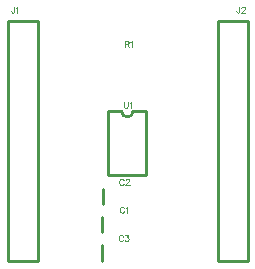
<source format=gto>
G04 DipTrace 3.0.0.2*
G04 MSP430FR2311_breakout.gto*
%MOIN*%
G04 #@! TF.FileFunction,Legend,Top*
G04 #@! TF.Part,Single*
%ADD10C,0.009843*%
%ADD35C,0.003088*%
%FSLAX26Y26*%
G04*
G70*
G90*
G75*
G01*
G04 TopSilk*
%LPD*%
X760239Y536028D2*
D10*
Y587169D1*
X762640Y628429D2*
Y679571D1*
X760239Y441028D2*
Y492169D1*
X443998Y439037D2*
X544000D1*
Y1238963D1*
X443998D1*
Y439037D1*
X1244002Y1238963D2*
X1144000D1*
Y439037D1*
X1244002D1*
Y1238963D1*
X780191Y939733D2*
Y727133D1*
X906163Y939733D2*
Y727133D1*
X780191D2*
X906163D1*
X780191Y939733D2*
X823488D1*
X862866D2*
X906163D1*
X823488D2*
G03X862866Y939733I19689J23D01*
G01*
X832803Y615640D2*
D35*
X831852Y617541D1*
X829929Y619465D1*
X828028Y620415D1*
X824203D1*
X822280Y619465D1*
X820378Y617541D1*
X819406Y615640D1*
X818455Y612766D1*
Y607969D1*
X819406Y605117D1*
X820378Y603193D1*
X822280Y601292D1*
X824203Y600319D1*
X828028D1*
X829929Y601292D1*
X831852Y603193D1*
X832803Y605117D1*
X838979Y616568D2*
X840902Y617541D1*
X843776Y620393D1*
Y600319D1*
X830905Y708042D2*
X829954Y709943D1*
X828031Y711866D1*
X826129Y712817D1*
X822305D1*
X820381Y711866D1*
X818480Y709943D1*
X817507Y708042D1*
X816557Y705167D1*
Y700370D1*
X817507Y697518D1*
X818480Y695595D1*
X820381Y693694D1*
X822305Y692721D1*
X826129D1*
X828031Y693694D1*
X829954Y695595D1*
X830905Y697518D1*
X838053Y708019D2*
Y708970D1*
X839004Y710893D1*
X839954Y711844D1*
X841878Y712795D1*
X845702D1*
X847604Y711844D1*
X848554Y710893D1*
X849527Y708970D1*
Y707069D1*
X848554Y705145D1*
X846653Y702293D1*
X837080Y692721D1*
X850478D1*
X828503Y520640D2*
X827552Y522541D1*
X825629Y524465D1*
X823728Y525415D1*
X819903D1*
X817980Y524465D1*
X816078Y522541D1*
X815106Y520640D1*
X814155Y517766D1*
Y512969D1*
X815106Y510117D1*
X816078Y508193D1*
X817980Y506292D1*
X819903Y505319D1*
X823728D1*
X825629Y506292D1*
X827552Y508193D1*
X828503Y510117D1*
X836602Y525393D2*
X847103D1*
X841377Y517744D1*
X844251D1*
X846153Y516793D1*
X847103Y515843D1*
X848076Y512969D1*
Y511067D1*
X847103Y508193D1*
X845202Y506270D1*
X842328Y505319D1*
X839454D1*
X836602Y506270D1*
X835651Y507243D1*
X834679Y509144D1*
X465839Y1287187D2*
Y1271888D1*
X464889Y1269014D1*
X463916Y1268064D1*
X462015Y1267091D1*
X460091D1*
X458190Y1268064D1*
X457239Y1269014D1*
X456266Y1271888D1*
Y1273790D1*
X472015Y1283340D2*
X473938Y1284313D1*
X476812Y1287165D1*
Y1267091D1*
X1216460Y1287187D2*
Y1271888D1*
X1215510Y1269014D1*
X1214537Y1268064D1*
X1212636Y1267091D1*
X1210712D1*
X1208811Y1268064D1*
X1207861Y1269014D1*
X1206888Y1271888D1*
Y1273790D1*
X1223609Y1282389D2*
Y1283340D1*
X1224560Y1285263D1*
X1225510Y1286214D1*
X1227434Y1287165D1*
X1231258D1*
X1233159Y1286214D1*
X1234110Y1285263D1*
X1235083Y1283340D1*
Y1281439D1*
X1234110Y1279515D1*
X1232209Y1276664D1*
X1222636Y1267091D1*
X1236033D1*
X834216Y1163244D2*
X842816D1*
X845690Y1164217D1*
X846663Y1165167D1*
X847614Y1167069D1*
Y1168992D1*
X846663Y1170893D1*
X845690Y1171866D1*
X842816Y1172817D1*
X834216D1*
Y1152721D1*
X840915Y1163244D2*
X847614Y1152721D1*
X853789Y1168970D2*
X855713Y1169943D1*
X858587Y1172795D1*
Y1152721D1*
X830992Y969022D2*
Y954674D1*
X831943Y951800D1*
X833866Y949899D1*
X836740Y948926D1*
X838641D1*
X841515Y949899D1*
X843439Y951800D1*
X844389Y954674D1*
Y969022D1*
X850565Y965175D2*
X852488Y966148D1*
X855362Y969000D1*
Y948926D1*
M02*

</source>
